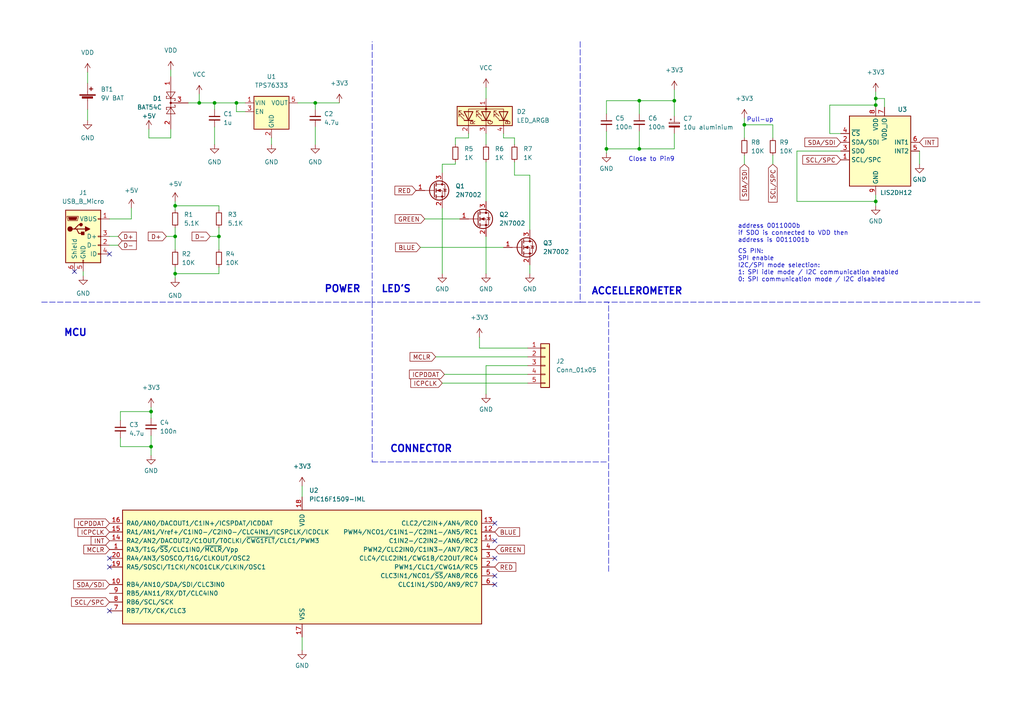
<source format=kicad_sch>
(kicad_sch (version 20211123) (generator eeschema)
  (paper "A4")
  (title_block (title "Motion Sensor Experience") (date "2022-06-09") (rev "0.1") (company "Emin Yaren"))
  (lib_symbols
    (symbol "Connector:USB_B_Micro" (pin_names (offset 1.016))
      (property "Reference" "J" (at -5.08 11.43 0))
      (property "Value" "USB_B_Micro" (at -5.08 8.89 0))
      (symbol "USB_B_Micro_0_1"
        (rectangle (start -5.08 -7.62) (end 5.08 7.62) (stroke (width 0.254)) (fill (type background)))
        (circle (center -3.81 2.159) (radius 0.635) (stroke (width 0.254)) (fill (type outline)))
        (circle (center -0.635 3.429) (radius 0.381) (stroke (width 0.254)) (fill (type outline)))
        (rectangle (start -0.127 -7.62) (end 0.127 -6.858))
        (polyline (pts (xy -1.905 2.159) (xy 0.635 2.159)) (stroke (width 0.254)))
        (polyline (pts (xy -3.175 2.159) (xy -2.54 2.159) (xy -1.27 3.429) (xy -0.635 3.429)) (stroke (width 0.254)))
        (polyline (pts (xy -2.54 2.159) (xy -1.905 2.159) (xy -1.27 0.889) (xy 0 0.889)) (stroke (width 0.254)))
        (polyline (pts (xy 0.635 2.794) (xy 0.635 1.524) (xy 1.905 2.159) (xy 0.635 2.794)) (stroke (width 0.254)) (fill (type outline)))
        (polyline (pts (xy -4.318 5.588) (xy -1.778 5.588) (xy -2.032 4.826) (xy -4.064 4.826) (xy -4.318 5.588)) (fill (type outline)))
        (polyline (pts (xy -4.699 5.842) (xy -4.699 5.588) (xy -4.445 4.826) (xy -4.445 4.572) (xy -1.651 4.572) (xy -1.651 4.826) (xy -1.397 5.588) (xy -1.397 5.842) (xy -4.699 5.842)))
        (rectangle (start 0.254 1.27) (end -0.508 0.508) (stroke (width 0.254)) (fill (type outline)))
        (rectangle (start 5.08 -5.207) (end 4.318 -4.953))
        (rectangle (start 5.08 -2.667) (end 4.318 -2.413))
        (rectangle (start 5.08 -0.127) (end 4.318 0.127))
        (rectangle (start 5.08 4.953) (end 4.318 5.207))
      )
      (symbol "USB_B_Micro_1_1"
        (pin power_out line (at 7.62 5.08 180) (length 2.54) (name "VBUS") (number "1"))
        (pin bidirectional line (at 7.62 -2.54 180) (length 2.54) (name "D-") (number "2"))
        (pin bidirectional line (at 7.62 0 180) (length 2.54) (name "D+") (number "3"))
        (pin passive line (at 7.62 -5.08 180) (length 2.54) (name "ID") (number "4"))
        (pin power_out line (at 0 -10.16 90) (length 2.54) (name "GND") (number "5"))
        (pin passive line (at -2.54 -10.16 90) (length 2.54) (name "Shield") (number "6"))
      )
    )
    (symbol "Connector_Generic:Conn_01x05" (pin_names (offset 1.016) hide)
      (property "Reference" "J" (at 0 7.62 0))
      (property "Value" "Conn_01x05" (at 0 -7.62 0))
      (symbol "Conn_01x05_1_1"
        (rectangle (start -1.27 -4.953) (end 0 -5.207) (stroke (width 0.1524)))
        (rectangle (start -1.27 -2.413) (end 0 -2.667) (stroke (width 0.1524)))
        (rectangle (start -1.27 0.127) (end 0 -0.127) (stroke (width 0.1524)))
        (rectangle (start -1.27 2.667) (end 0 2.413) (stroke (width 0.1524)))
        (rectangle (start -1.27 5.207) (end 0 4.953) (stroke (width 0.1524)))
        (rectangle (start -1.27 6.35) (end 1.27 -6.35) (stroke (width 0.254)) (fill (type background)))
        (pin passive line (at -5.08 5.08 0) (length 3.81) (name "Pin_1") (number "1"))
        (pin passive line (at -5.08 2.54 0) (length 3.81) (name "Pin_2") (number "2"))
        (pin passive line (at -5.08 0 0) (length 3.81) (name "Pin_3") (number "3"))
        (pin passive line (at -5.08 -2.54 0) (length 3.81) (name "Pin_4") (number "4"))
        (pin passive line (at -5.08 -5.08 0) (length 3.81) (name "Pin_5") (number "5"))
      )
    )
    (symbol "Device:Battery_Cell" (pin_numbers hide) (pin_names (offset 0) hide)
      (property "Reference" "BT" (at 2.54 2.54 0))
      (property "Value" "Battery_Cell" (at 2.54 0 0))
      (symbol "Battery_Cell_0_1"
        (rectangle (start -2.286 1.778) (end 2.286 1.524) (fill (type outline)))
        (rectangle (start -1.5748 1.1938) (end 1.4732 0.6858) (fill (type outline)))
        (polyline (pts (xy 0 0.762) (xy 0 0)))
        (polyline (pts (xy 0 1.778) (xy 0 2.54)))
        (polyline (pts (xy 0.508 3.429) (xy 1.524 3.429)) (stroke (width 0.254)))
        (polyline (pts (xy 1.016 3.937) (xy 1.016 2.921)) (stroke (width 0.254)))
      )
      (symbol "Battery_Cell_1_1"
        (pin passive line (at 0 5.08 270) (length 2.54) (name "+") (number "1"))
        (pin passive line (at 0 -2.54 90) (length 2.54) (name "-") (number "2"))
      )
    )
    (symbol "Device:C_Polarized_Small" (pin_numbers hide) (pin_names (offset 0.254) hide)
      (property "Reference" "C" (at 0.254 1.778 0))
      (property "Value" "C_Polarized_Small" (at 0.254 -2.032 0))
      (symbol "C_Polarized_Small_0_1"
        (rectangle (start -1.524 -0.3048) (end 1.524 -0.6858) (fill (type outline)))
        (rectangle (start -1.524 0.6858) (end 1.524 0.3048))
        (polyline (pts (xy -1.27 1.524) (xy -0.762 1.524)))
        (polyline (pts (xy -1.016 1.27) (xy -1.016 1.778)))
      )
      (symbol "C_Polarized_Small_1_1"
        (pin passive line (at 0 2.54 270) (length 1.8542) (name "~") (number "1"))
        (pin passive line (at 0 -2.54 90) (length 1.8542) (name "~") (number "2"))
      )
    )
    (symbol "Device:C_Small" (pin_numbers hide) (pin_names (offset 0.254) hide)
      (property "Reference" "C" (at 0.254 1.778 0))
      (property "Value" "C_Small" (at 0.254 -2.032 0))
      (symbol "C_Small_0_1"
        (polyline (pts (xy -1.524 -0.508) (xy 1.524 -0.508)) (stroke (width 0.3302)))
        (polyline (pts (xy -1.524 0.508) (xy 1.524 0.508)) (stroke (width 0.3048)))
      )
      (symbol "C_Small_1_1"
        (pin passive line (at 0 2.54 270) (length 2.032) (name "~") (number "1"))
        (pin passive line (at 0 -2.54 90) (length 2.032) (name "~") (number "2"))
      )
    )
    (symbol "Device:LED_ARGB" (pin_names (offset 0) hide)
      (property "Reference" "D" (at 0 9.398 0))
      (property "Value" "LED_ARGB" (at 0 -8.89 0))
      (symbol "LED_ARGB_0_0"
        (text "B" (at -1.905 -6.35 0) (effects (font (size 1.27 1.27))))
        (text "G" (at -1.905 -1.27 0) (effects (font (size 1.27 1.27))))
        (text "R" (at -1.905 3.81 0) (effects (font (size 1.27 1.27))))
      )
      (symbol "LED_ARGB_0_1"
        (polyline (pts (xy -1.27 -5.08) (xy -2.54 -5.08)))
        (polyline (pts (xy -1.27 -5.08) (xy 1.27 -5.08)))
        (polyline (pts (xy -1.27 -3.81) (xy -1.27 -6.35)) (stroke (width 0.254)))
        (polyline (pts (xy -1.27 0) (xy -2.54 0)))
        (polyline (pts (xy -1.27 1.27) (xy -1.27 -1.27)) (stroke (width 0.254)))
        (polyline (pts (xy -1.27 5.08) (xy -2.54 5.08)))
        (polyline (pts (xy -1.27 5.08) (xy 1.27 5.08)))
        (polyline (pts (xy -1.27 6.35) (xy -1.27 3.81)) (stroke (width 0.254)))
        (polyline (pts (xy 1.27 0) (xy -1.27 0)))
        (polyline (pts (xy 1.27 0) (xy 2.54 0)))
        (polyline (pts (xy -1.27 1.27) (xy -1.27 -1.27) (xy -1.27 -1.27)))
        (polyline (pts (xy -1.27 6.35) (xy -1.27 3.81) (xy -1.27 3.81)))
        (polyline (pts (xy 1.27 -5.08) (xy 2.032 -5.08) (xy 2.032 5.08) (xy 1.27 5.08)))
        (polyline (pts (xy 1.27 -3.81) (xy 1.27 -6.35) (xy -1.27 -5.08) (xy 1.27 -3.81)) (stroke (width 0.254)))
        (polyline (pts (xy 1.27 1.27) (xy 1.27 -1.27) (xy -1.27 0) (xy 1.27 1.27)) (stroke (width 0.254)))
        (polyline (pts (xy 1.27 6.35) (xy 1.27 3.81) (xy -1.27 5.08) (xy 1.27 6.35)) (stroke (width 0.254)))
        (polyline (pts (xy -1.016 -3.81) (xy 0.508 -2.286) (xy -0.254 -2.286) (xy 0.508 -2.286) (xy 0.508 -3.048)))
        (polyline (pts (xy -1.016 1.27) (xy 0.508 2.794) (xy -0.254 2.794) (xy 0.508 2.794) (xy 0.508 2.032)))
        (polyline (pts (xy -1.016 6.35) (xy 0.508 7.874) (xy -0.254 7.874) (xy 0.508 7.874) (xy 0.508 7.112)))
        (polyline (pts (xy 0 -3.81) (xy 1.524 -2.286) (xy 0.762 -2.286) (xy 1.524 -2.286) (xy 1.524 -3.048)))
        (polyline (pts (xy 0 1.27) (xy 1.524 2.794) (xy 0.762 2.794) (xy 1.524 2.794) (xy 1.524 2.032)))
        (polyline (pts (xy 0 6.35) (xy 1.524 7.874) (xy 0.762 7.874) (xy 1.524 7.874) (xy 1.524 7.112)))
        (rectangle (start 1.27 -1.27) (end 1.27 1.27))
        (rectangle (start 1.27 1.27) (end 1.27 1.27))
        (rectangle (start 1.27 3.81) (end 1.27 6.35))
        (rectangle (start 1.27 6.35) (end 1.27 6.35))
        (circle (center 2.032 0) (radius 0.254) (fill (type outline)))
        (rectangle (start 2.794 8.382) (end -2.794 -7.62) (stroke (width 0.254)) (fill (type background)))
      )
      (symbol "LED_ARGB_1_1"
        (pin passive line (at 5.08 0 180) (length 2.54) (name "A") (number "1"))
        (pin passive line (at -5.08 5.08 0) (length 2.54) (name "RK") (number "2"))
        (pin passive line (at -5.08 0 0) (length 2.54) (name "GK") (number "3"))
        (pin passive line (at -5.08 -5.08 0) (length 2.54) (name "BK") (number "4"))
      )
    )
    (symbol "Device:R_Small" (pin_numbers hide) (pin_names (offset 0.254) hide)
      (property "Reference" "R" (at 0.762 0.508 0))
      (property "Value" "R_Small" (at 0.762 -1.016 0))
      (symbol "R_Small_0_1"
        (rectangle (start -0.762 1.778) (end 0.762 -1.778) (stroke (width 0.2032)))
      )
      (symbol "R_Small_1_1"
        (pin passive line (at 0 2.54 270) (length 0.762) (name "~") (number "1"))
        (pin passive line (at 0 -2.54 90) (length 0.762) (name "~") (number "2"))
      )
    )
    (symbol "Diode:BAT54C" (pin_names (offset 1.016))
      (property "Reference" "D" (at 0.635 -3.81 0))
      (property "Value" "BAT54C" (at -6.35 3.175 0))
      (symbol "BAT54C_0_1"
        (polyline (pts (xy -1.905 0) (xy 1.905 0)))
        (polyline (pts (xy -1.905 1.27) (xy -1.905 1.016)))
        (polyline (pts (xy -1.27 -1.27) (xy -0.635 -1.27)))
        (polyline (pts (xy -1.27 0) (xy -3.81 0)))
        (polyline (pts (xy -1.27 1.27) (xy -1.905 1.27)))
        (polyline (pts (xy -1.27 1.27) (xy -1.27 -1.27)))
        (polyline (pts (xy -0.635 -1.27) (xy -0.635 -1.016)))
        (polyline (pts (xy 0.635 -1.27) (xy 0.635 -1.016)))
        (polyline (pts (xy 1.27 -1.27) (xy 0.635 -1.27)))
        (polyline (pts (xy 1.27 1.27) (xy 1.27 -1.27)))
        (polyline (pts (xy 1.27 1.27) (xy 1.905 1.27)))
        (polyline (pts (xy 1.905 1.27) (xy 1.905 1.016)))
        (polyline (pts (xy 3.81 0) (xy 1.27 0)))
        (polyline (pts (xy -3.175 -1.27) (xy -3.175 1.27) (xy -1.27 0) (xy -3.175 -1.27)))
        (polyline (pts (xy 3.175 -1.27) (xy 3.175 1.27) (xy 1.27 0) (xy 3.175 -1.27)))
        (circle (center 0 0) (radius 0.254) (fill (type outline)))
      )
      (symbol "BAT54C_1_1"
        (pin passive line (at -7.62 0 0) (length 3.81) (name "~") (number "1"))
        (pin passive line (at 7.62 0 180) (length 3.81) (name "~") (number "2"))
        (pin passive line (at 0 -5.08 90) (length 5.08) (name "~") (number "3"))
      )
    )
    (symbol "MCU_Microchip_PIC16:PIC16F1509-IML" (pin_names (offset 1.016))
      (property "Reference" "U" (at -52.07 20.32 0))
      (property "Value" "PIC16F1509-IML" (at -52.07 17.78 0))
      (symbol "PIC16F1509-IML_0_1"
        (rectangle (start -52.07 16.51) (end 52.07 -16.51) (stroke (width 0.254)) (fill (type background)))
      )
      (symbol "PIC16F1509-IML_1_1"
        (pin input line (at -55.88 5.08 0) (length 3.81) (name "RA3/T1G/~{SS}/CLC1IN0/~{MCLR}/Vpp") (number "1"))
        (pin bidirectional line (at -55.88 -5.08 0) (length 3.81) (name "RB4/AN10/SDA/SDI/CLC3IN0") (number "10"))
        (pin bidirectional line (at 55.88 7.62 180) (length 3.81) (name "C1IN2-/C2IN2-/AN6/RC2") (number "11"))
        (pin bidirectional line (at 55.88 10.16 180) (length 3.81) (name "PWM4/NCO1/C1IN1-/C2IN1-/AN5/RC1") (number "12"))
        (pin bidirectional line (at 55.88 12.7 180) (length 3.81) (name "CLC2/C2IN+/AN4/RC0") (number "13"))
        (pin bidirectional line (at -55.88 7.62 0) (length 3.81) (name "RA2/AN2/DACOUT2/C1OUT/T0CLKI/~{CWG1FLT}/CLC1/PWM3") (number "14"))
        (pin bidirectional line (at -55.88 10.16 0) (length 3.81) (name "RA1/AN1/Vref+/C1IN0-/C2IN0-/CLC4IN1/ICSPCLK/ICDCLK") (number "15"))
        (pin bidirectional line (at -55.88 12.7 0) (length 3.81) (name "RA0/AN0/DACOUT1/C1IN+/ICSPDAT/ICDDAT") (number "16"))
        (pin power_in line (at 0 -20.32 90) (length 3.81) (name "VSS") (number "17"))
        (pin power_in line (at 0 20.32 270) (length 3.81) (name "VDD") (number "18"))
        (pin bidirectional line (at -55.88 0 0) (length 3.81) (name "RA5/SOSCI/T1CKI/NCO1CLK/CLKIN/OSC1") (number "19"))
        (pin bidirectional line (at 55.88 0 180) (length 3.81) (name "PWM1/CLC1/CWG1A/RC5") (number "2"))
        (pin bidirectional line (at -55.88 2.54 0) (length 3.81) (name "RA4/AN3/SOSCO/T1G/CLKOUT/OSC2") (number "20"))
        (pin bidirectional line (at 55.88 2.54 180) (length 3.81) (name "CLC4/CLC2IN1/CWG1B/C2OUT/RC4") (number "3"))
        (pin bidirectional line (at 55.88 5.08 180) (length 3.81) (name "PWM2/CLC2IN0/C1IN3-/AN7/RC3") (number "4"))
        (pin bidirectional line (at 55.88 -2.54 180) (length 3.81) (name "CLC3IN1/NCO1/~{SS}/AN8/RC6") (number "5"))
        (pin bidirectional line (at 55.88 -5.08 180) (length 3.81) (name "CLC1IN1/SDO/AN9/RC7") (number "6"))
        (pin bidirectional line (at -55.88 -12.7 0) (length 3.81) (name "RB7/TX/CK/CLC3") (number "7"))
        (pin bidirectional line (at -55.88 -10.16 0) (length 3.81) (name "RB6/SCL/SCK") (number "8"))
        (pin bidirectional line (at -55.88 -7.62 0) (length 3.81) (name "RB5/AN11/RX/DT/CLC4IN0") (number "9"))
      )
    )
    (symbol "Regulator_Linear:TPS76333" (pin_names (offset 0.254))
      (property "Reference" "U" (at -3.81 5.715 0))
      (property "Value" "TPS76333" (at 0 5.715 0))
      (symbol "TPS76333_0_1"
        (rectangle (start -5.08 4.445) (end 5.08 -5.08) (stroke (width 0.254)) (fill (type background)))
      )
      (symbol "TPS76333_1_1"
        (pin power_in line (at -7.62 2.54 0) (length 2.54) (name "VIN") (number "1"))
        (pin power_in line (at 0 -7.62 90) (length 2.54) (name "GND") (number "2"))
        (pin input line (at -7.62 0 0) (length 2.54) (name "EN") (number "3"))
        (pin no_connect line (at 7.62 0 180) (length 2.54) hide (name "NC") (number "4"))
        (pin power_out line (at 7.62 2.54 180) (length 2.54) (name "VOUT") (number "5"))
      )
    )
    (symbol "Sensor_Motion:LIS2DH"
      (property "Reference" "U" (at -8.89 11.43 0))
      (property "Value" "LIS2DH" (at 3.81 11.43 0))
      (symbol "LIS2DH_0_1"
        (rectangle (start -7.62 10.16) (end 10.16 -10.16) (stroke (width 0.254)) (fill (type background)))
      )
      (symbol "LIS2DH_1_1"
        (pin input line (at -10.16 -2.54 0) (length 2.54) (name "SCL/SPC") (number "1"))
        (pin passive line (at 0 -12.7 90) (length 2.54) hide (name "GND") (number "10"))
        (pin passive line (at 0 -12.7 90) (length 2.54) hide (name "GND") (number "11"))
        (pin passive line (at 0 -12.7 90) (length 2.54) hide (name "GND") (number "12"))
        (pin passive line (at 0 -12.7 90) (length 2.54) hide (name "GND") (number "13"))
        (pin passive line (at 0 -12.7 90) (length 2.54) hide (name "GND") (number "14"))
        (pin bidirectional line (at -10.16 2.54 0) (length 2.54) (name "SDA/SDI") (number "2"))
        (pin bidirectional line (at -10.16 0 0) (length 2.54) (name "SDO") (number "3"))
        (pin input line (at -10.16 5.08 0) (length 2.54) (name "~{CS}") (number "4"))
        (pin output line (at 12.7 0 180) (length 2.54) (name "INT2") (number "5"))
        (pin output line (at 12.7 2.54 180) (length 2.54) (name "INT1") (number "6"))
        (pin power_in line (at 2.54 12.7 270) (length 2.54) (name "VDD_IO") (number "7"))
        (pin power_in line (at 0 12.7 270) (length 2.54) (name "VDD") (number "8"))
        (pin power_in line (at 0 -12.7 90) (length 2.54) (name "GND") (number "9"))
      )
    )
    (symbol "Transistor_FET:2N7002" (pin_names hide)
      (property "Reference" "Q" (at 5.08 1.905 0))
      (property "Value" "2N7002" (at 5.08 0 0))
      (symbol "2N7002_0_1"
        (polyline (pts (xy 0.254 0) (xy -2.54 0)))
        (polyline (pts (xy 0.254 1.905) (xy 0.254 -1.905)) (stroke (width 0.254)))
        (polyline (pts (xy 0.762 -1.27) (xy 0.762 -2.286)) (stroke (width 0.254)))
        (polyline (pts (xy 0.762 0.508) (xy 0.762 -0.508)) (stroke (width 0.254)))
        (polyline (pts (xy 0.762 2.286) (xy 0.762 1.27)) (stroke (width 0.254)))
        (polyline (pts (xy 2.54 2.54) (xy 2.54 1.778)))
        (polyline (pts (xy 2.54 -2.54) (xy 2.54 0) (xy 0.762 0)))
        (polyline (pts (xy 0.762 -1.778) (xy 3.302 -1.778) (xy 3.302 1.778) (xy 0.762 1.778)))
        (polyline (pts (xy 1.016 0) (xy 2.032 0.381) (xy 2.032 -0.381) (xy 1.016 0)) (fill (type outline)))
        (polyline (pts (xy 2.794 0.508) (xy 2.921 0.381) (xy 3.683 0.381) (xy 3.81 0.254)))
        (polyline (pts (xy 3.302 0.381) (xy 2.921 -0.254) (xy 3.683 -0.254) (xy 3.302 0.381)))
        (circle (center 1.651 0) (radius 2.794) (stroke (width 0.254)))
        (circle (center 2.54 -1.778) (radius 0.254) (fill (type outline)))
        (circle (center 2.54 1.778) (radius 0.254) (fill (type outline)))
      )
      (symbol "2N7002_1_1"
        (pin input line (at -5.08 0 0) (length 2.54) (name "G") (number "1"))
        (pin passive line (at 2.54 -5.08 90) (length 2.54) (name "S") (number "2"))
        (pin passive line (at 2.54 5.08 270) (length 2.54) (name "D") (number "3"))
      )
    )
    (symbol "power:+3V3" (power) (pin_names (offset 0))
      (property "Value" "+3V3" (at 0 3.556 0))
      (symbol "+3V3_0_1"
        (polyline (pts (xy -0.762 1.27) (xy 0 2.54)))
        (polyline (pts (xy 0 0) (xy 0 2.54)))
        (polyline (pts (xy 0 2.54) (xy 0.762 1.27)))
      )
      (symbol "+3V3_1_1"
        (pin power_in line (at 0 0 90) (length 0) hide (name "+3V3") (number "1"))
      )
    )
    (symbol "power:+5V" (power) (pin_names (offset 0))
      (property "Value" "+5V" (at 0 3.556 0))
      (symbol "+5V_0_1"
        (polyline (pts (xy -0.762 1.27) (xy 0 2.54)))
        (polyline (pts (xy 0 0) (xy 0 2.54)))
        (polyline (pts (xy 0 2.54) (xy 0.762 1.27)))
      )
      (symbol "+5V_1_1"
        (pin power_in line (at 0 0 90) (length 0) hide (name "+5V") (number "1"))
      )
    )
    (symbol "power:GND" (power) (pin_names (offset 0))
      (property "Value" "GND" (at 0 -3.81 0))
      (symbol "GND_0_1"
        (polyline (pts (xy 0 0) (xy 0 -1.27) (xy 1.27 -1.27) (xy 0 -2.54) (xy -1.27 -1.27) (xy 0 -1.27)))
      )
      (symbol "GND_1_1"
        (pin power_in line (at 0 0 270) (length 0) hide (name "GND") (number "1"))
      )
    )
    (symbol "power:VCC" (power) (pin_names (offset 0))
      (property "Value" "VCC" (at 0 3.81 0))
      (symbol "VCC_0_1"
        (polyline (pts (xy -0.762 1.27) (xy 0 2.54)))
        (polyline (pts (xy 0 0) (xy 0 2.54)))
        (polyline (pts (xy 0 2.54) (xy 0.762 1.27)))
      )
      (symbol "VCC_1_1"
        (pin power_in line (at 0 0 90) (length 0) hide (name "VCC") (number "1"))
      )
    )
    (symbol "power:VDD" (power) (pin_names (offset 0))
      (property "Value" "VDD" (at 0 3.81 0))
      (symbol "VDD_0_1"
        (polyline (pts (xy -0.762 1.27) (xy 0 2.54)))
        (polyline (pts (xy 0 0) (xy 0 2.54)))
        (polyline (pts (xy 0 2.54) (xy 0.762 1.27)))
      )
      (symbol "VDD_1_1"
        (pin power_in line (at 0 0 90) (length 0) hide (name "VDD") (number "1"))
      )
    )
  )
  (junction (at 43.815 129.54))
  (junction (at 175.895 43.18))
  (junction (at 185.42 43.18))
  (junction (at 91.44 29.845))
  (junction (at 185.42 29.21))
  (junction (at 43.815 119.38))
  (junction (at 63.5 68.58))
  (junction (at 57.785 29.845))
  (junction (at 50.8 59.69))
  (junction (at 195.58 29.21))
  (junction (at 254 58.42))
  (junction (at 50.8 68.58))
  (junction (at 50.8 79.375))
  (junction (at 254 30.48))
  (junction (at 254 28.575))
  (junction (at 215.9 36.195))
  (junction (at 62.23 29.845))
  (junction (at 68.58 29.845))
  (no_connect (at 143.51 161.925))
  (no_connect (at 31.75 164.465))
  (no_connect (at 31.75 161.925))
  (no_connect (at 31.75 177.165))
  (no_connect (at 143.51 151.765))
  (no_connect (at 143.51 156.845))
  (no_connect (at 21.59 78.74))
  (no_connect (at 31.75 73.66))
  (no_connect (at 143.51 169.545))
  (no_connect (at 143.51 167.005))
  (wire (pts (xy 195.58 29.21) (xy 195.58 33.655)))
  (wire (pts (xy 132.08 40.005) (xy 132.08 41.91)))
  (wire (pts (xy 63.5 68.58) (xy 63.5 72.39)))
  (wire (pts (xy 68.58 29.845) (xy 71.12 29.845)))
  (wire (pts (xy 153.035 100.965) (xy 139.065 100.965)))
  (wire (pts (xy 153.67 76.835) (xy 153.67 79.375)))
  (wire (pts (xy 135.89 40.005) (xy 132.08 40.005)))
  (wire (pts (xy 224.155 40.005) (xy 224.155 36.195)))
  (wire (pts (xy 62.23 29.845) (xy 68.58 29.845)))
  (wire (pts (xy 215.9 34.29) (xy 215.9 36.195)))
  (wire (pts (xy 63.5 79.375) (xy 50.8 79.375)))
  (wire (pts (xy 43.815 126.365) (xy 43.815 129.54)))
  (wire (pts (xy 54.61 29.845) (xy 57.785 29.845)))
  (wire (pts (xy 231.14 58.42) (xy 254 58.42)))
  (wire (pts (xy 140.97 106.045) (xy 153.035 106.045)))
  (wire (pts (xy 91.44 36.83) (xy 91.44 41.91)))
  (wire (pts (xy 185.42 29.21) (xy 185.42 33.02)))
  (wire (pts (xy 50.8 77.47) (xy 50.8 79.375)))
  (wire (pts (xy 140.97 46.99) (xy 140.97 58.42)))
  (wire (pts (xy 175.895 38.1) (xy 175.895 43.18)))
  (wire (pts (xy 63.5 60.96) (xy 63.5 59.69)))
  (wire (pts (xy 254 26.67) (xy 254 28.575)))
  (wire (pts (xy 60.96 68.58) (xy 63.5 68.58)))
  (wire (pts (xy 87.63 184.785) (xy 87.63 188.595)))
  (wire (pts (xy 128.27 47.625) (xy 128.27 50.165)))
  (wire (pts (xy 123.19 63.5) (xy 133.35 63.5)))
  (wire (pts (xy 34.925 127) (xy 34.925 129.54)))
  (wire (pts (xy 91.44 31.75) (xy 91.44 29.845)))
  (wire (pts (xy 63.5 66.04) (xy 63.5 68.58)))
  (polyline (pts (xy 168.275 87.63) (xy 284.48 87.63)))
  (wire (pts (xy 57.785 27.305) (xy 57.785 29.845)))
  (wire (pts (xy 50.8 68.58) (xy 50.8 72.39)))
  (wire (pts (xy 87.63 140.97) (xy 87.63 144.145)))
  (wire (pts (xy 240.665 38.735) (xy 240.665 30.48)))
  (wire (pts (xy 50.8 66.04) (xy 50.8 68.58)))
  (wire (pts (xy 34.925 119.38) (xy 43.815 119.38)))
  (wire (pts (xy 34.925 121.92) (xy 34.925 119.38)))
  (wire (pts (xy 256.54 28.575) (xy 254 28.575)))
  (wire (pts (xy 68.58 32.385) (xy 68.58 29.845)))
  (wire (pts (xy 49.53 37.465) (xy 49.53 40.005)))
  (wire (pts (xy 91.44 29.845) (xy 98.425 29.845)))
  (wire (pts (xy 266.7 43.815) (xy 266.7 47.625)))
  (wire (pts (xy 140.97 114.3) (xy 140.97 106.045)))
  (wire (pts (xy 132.08 46.99) (xy 132.08 47.625)))
  (wire (pts (xy 185.42 38.1) (xy 185.42 43.18)))
  (wire (pts (xy 91.44 29.845) (xy 86.36 29.845)))
  (wire (pts (xy 140.97 68.58) (xy 140.97 79.375)))
  (wire (pts (xy 43.18 37.465) (xy 43.18 40.005)))
  (wire (pts (xy 195.58 43.18) (xy 195.58 38.735)))
  (wire (pts (xy 63.5 59.69) (xy 50.8 59.69)))
  (wire (pts (xy 140.97 25.4) (xy 140.97 28.575)))
  (wire (pts (xy 25.4 31.75) (xy 25.4 34.925)))
  (wire (pts (xy 243.84 38.735) (xy 240.665 38.735)))
  (wire (pts (xy 38.1 63.5) (xy 38.1 60.325)))
  (wire (pts (xy 254 56.515) (xy 254 58.42)))
  (wire (pts (xy 175.895 43.18) (xy 175.895 44.45)))
  (wire (pts (xy 43.815 119.38) (xy 43.815 121.285)))
  (wire (pts (xy 146.05 38.735) (xy 146.05 40.005)))
  (wire (pts (xy 71.12 32.385) (xy 68.58 32.385)))
  (polyline (pts (xy 107.95 87.63) (xy 107.95 133.985)))
  (wire (pts (xy 149.225 40.005) (xy 149.225 41.91)))
  (wire (pts (xy 146.05 40.005) (xy 149.225 40.005)))
  (wire (pts (xy 50.8 79.375) (xy 50.8 80.645)))
  (wire (pts (xy 231.14 43.815) (xy 231.14 58.42)))
  (polyline (pts (xy 12.065 87.63) (xy 107.95 87.63)))
  (wire (pts (xy 175.895 43.18) (xy 185.42 43.18)))
  (wire (pts (xy 195.58 26.035) (xy 195.58 29.21)))
  (wire (pts (xy 43.18 40.005) (xy 49.53 40.005)))
  (wire (pts (xy 50.8 59.69) (xy 50.8 60.96)))
  (wire (pts (xy 224.155 45.085) (xy 224.155 47.625)))
  (wire (pts (xy 149.225 46.99) (xy 149.225 50.8)))
  (wire (pts (xy 128.905 108.585) (xy 153.035 108.585)))
  (wire (pts (xy 49.53 20.32) (xy 49.53 22.225)))
  (polyline (pts (xy 107.95 133.985) (xy 175.895 133.985)))
  (wire (pts (xy 139.065 100.965) (xy 139.065 97.79)))
  (wire (pts (xy 185.42 43.18) (xy 195.58 43.18)))
  (wire (pts (xy 243.84 43.815) (xy 231.14 43.815)))
  (wire (pts (xy 135.89 38.735) (xy 135.89 40.005)))
  (wire (pts (xy 63.5 77.47) (xy 63.5 79.375)))
  (wire (pts (xy 175.895 29.21) (xy 185.42 29.21)))
  (wire (pts (xy 62.23 36.83) (xy 62.23 41.91)))
  (polyline (pts (xy 168.275 12.065) (xy 168.275 87.63)))
  (wire (pts (xy 149.225 50.8) (xy 153.67 50.8)))
  (wire (pts (xy 240.665 30.48) (xy 254 30.48)))
  (polyline (pts (xy 176.53 87.63) (xy 175.26 87.63)))
  (polyline (pts (xy 168.275 87.63) (xy 107.95 87.63)))
  (wire (pts (xy 31.75 71.12) (xy 34.29 71.12)))
  (wire (pts (xy 48.26 68.58) (xy 50.8 68.58)))
  (wire (pts (xy 34.925 129.54) (xy 43.815 129.54)))
  (wire (pts (xy 140.97 38.735) (xy 140.97 41.91)))
  (wire (pts (xy 254 30.48) (xy 254 31.115)))
  (wire (pts (xy 175.895 33.02) (xy 175.895 29.21)))
  (wire (pts (xy 43.815 129.54) (xy 43.815 132.08)))
  (wire (pts (xy 215.9 45.085) (xy 215.9 47.625)))
  (wire (pts (xy 254 58.42) (xy 254 59.69)))
  (wire (pts (xy 128.27 60.325) (xy 128.27 79.375)))
  (wire (pts (xy 153.67 50.8) (xy 153.67 66.675)))
  (wire (pts (xy 43.815 118.11) (xy 43.815 119.38)))
  (wire (pts (xy 62.23 29.845) (xy 62.23 31.75)))
  (wire (pts (xy 25.4 20.955) (xy 25.4 24.13)))
  (wire (pts (xy 31.75 63.5) (xy 38.1 63.5)))
  (wire (pts (xy 50.8 58.42) (xy 50.8 59.69)))
  (wire (pts (xy 31.75 68.58) (xy 34.29 68.58)))
  (wire (pts (xy 78.74 40.005) (xy 78.74 41.91)))
  (wire (pts (xy 126.365 103.505) (xy 153.035 103.505)))
  (wire (pts (xy 256.54 31.115) (xy 256.54 28.575)))
  (wire (pts (xy 132.08 47.625) (xy 128.27 47.625)))
  (wire (pts (xy 224.155 36.195) (xy 215.9 36.195)))
  (polyline (pts (xy 176.53 165.735) (xy 176.53 87.63)))
  (wire (pts (xy 185.42 29.21) (xy 195.58 29.21)))
  (polyline (pts (xy 107.95 87.63) (xy 107.95 12.065)))
  (wire (pts (xy 57.785 29.845) (xy 62.23 29.845)))
  (wire (pts (xy 121.92 71.755) (xy 146.05 71.755)))
  (wire (pts (xy 254 28.575) (xy 254 30.48)))
  (wire (pts (xy 128.27 111.125) (xy 153.035 111.125)))
  (wire (pts (xy 24.13 78.74) (xy 24.13 80.01)))
  (wire (pts (xy 215.9 36.195) (xy 215.9 40.005)))
  (text "MCU" (at 18.415 97.79 0) (effects (font (size 2 2) (thickness 0.4) bold) (justify left bottom)))
  (text "Pull-up" (at 216.535 35.56 0) (effects (font (size 1.27 1.27)) (justify left bottom)))
  (text "POWER" (at 93.98 85.09 0) (effects (font (size 2 2) (thickness 0.4) bold) (justify left bottom)))
  (text "ACCELLEROMETER" (at 171.45 85.725 0) (effects (font (size 2 2) (thickness 0.4) bold) (justify left bottom)))
  (text "Close to Pin9" (at 182.245 46.99 0) (effects (font (size 1.27 1.27)) (justify left bottom)))
  (text "LED'S" (at 110.49 85.09 0) (effects (font (size 2 2) (thickness 0.4) bold) (justify left bottom)))
  (text "address 0011000b\nif SDO is connected to VDD then\naddress is 0011001b" (at 213.995 70.485 0) (effects (font (size 1.27 1.27)) (justify left bottom)))
  (text "CS PIN:\nSPI enable\nI2C/SPI mode selection:\n1: SPI idle mode / I2C communication enabled\n0: SPI communication mode / I2C disabled" (at 213.995 81.915 0) (effects (font (size 1.27 1.27)) (justify left bottom)))
  (text "CONNECTOR" (at 113.03 131.445 0) (effects (font (size 2 2) (thickness 0.4) bold) (justify left bottom)))
  (global_label "MCLR" (shape input) (at 126.365 103.505 180) (property "Sayfalar Arası Referanslar" "${INTERSHEET_REFS}" (effects hide)))
  (global_label "SDA{slash}SDI" (shape input) (at 31.75 169.545 180) (property "Sayfalar Arası Referanslar" "${INTERSHEET_REFS}" (effects hide)))
  (global_label "ICPCLK" (shape input) (at 128.27 111.125 180) (property "Sayfalar Arası Referanslar" "${INTERSHEET_REFS}" (effects hide)))
  (global_label "BLUE" (shape input) (at 143.51 154.305 0) (property "Sayfalar Arası Referanslar" "${INTERSHEET_REFS}" (effects hide)))
  (global_label "MCLR" (shape input) (at 31.75 159.385 180) (property "Sayfalar Arası Referanslar" "${INTERSHEET_REFS}" (effects hide)))
  (global_label "SDA{slash}SDI" (shape input) (at 243.84 41.275 180) (property "Sayfalar Arası Referanslar" "${INTERSHEET_REFS}" (effects hide)))
  (global_label "GREEN" (shape input) (at 123.19 63.5 180) (property "Sayfalar Arası Referanslar" "${INTERSHEET_REFS}" (effects hide)))
  (global_label "GREEN" (shape input) (at 143.51 159.385 0) (property "Sayfalar Arası Referanslar" "${INTERSHEET_REFS}" (effects hide)))
  (global_label "INT" (shape input) (at 266.7 41.275 0) (property "Sayfalar Arası Referanslar" "${INTERSHEET_REFS}" (effects hide)))
  (global_label "ICPDDAT" (shape input) (at 31.75 151.765 180) (property "Sayfalar Arası Referanslar" "${INTERSHEET_REFS}" (effects hide)))
  (global_label "ICPDDAT" (shape input) (at 128.905 108.585 180) (property "Sayfalar Arası Referanslar" "${INTERSHEET_REFS}" (effects hide)))
  (global_label "SCL{slash}SPC" (shape input) (at 243.84 46.355 180) (property "Sayfalar Arası Referanslar" "${INTERSHEET_REFS}" (effects hide)))
  (global_label "SDA{slash}SDI" (shape input) (at 215.9 47.625 270) (property "Sayfalar Arası Referanslar" "${INTERSHEET_REFS}" (effects hide)))
  (global_label "D-" (shape input) (at 34.29 71.12 0) (property "Sayfalar Arası Referanslar" "${INTERSHEET_REFS}" (effects hide)))
  (global_label "RED" (shape input) (at 143.51 164.465 0) (property "Sayfalar Arası Referanslar" "${INTERSHEET_REFS}" (effects hide)))
  (global_label "SCL{slash}SPC" (shape input) (at 31.75 174.625 180) (property "Sayfalar Arası Referanslar" "${INTERSHEET_REFS}" (effects hide)))
  (global_label "SCL{slash}SPC" (shape input) (at 224.155 47.625 270) (property "Sayfalar Arası Referanslar" "${INTERSHEET_REFS}" (effects hide)))
  (global_label "BLUE" (shape input) (at 121.92 71.755 180) (property "Sayfalar Arası Referanslar" "${INTERSHEET_REFS}" (effects hide)))
  (global_label "D+" (shape input) (at 48.26 68.58 180) (property "Sayfalar Arası Referanslar" "${INTERSHEET_REFS}" (effects hide)))
  (global_label "RED" (shape input) (at 120.65 55.245 180) (property "Sayfalar Arası Referanslar" "${INTERSHEET_REFS}" (effects hide)))
  (global_label "D-" (shape input) (at 60.96 68.58 180) (property "Sayfalar Arası Referanslar" "${INTERSHEET_REFS}" (effects hide)))
  (global_label "ICPCLK" (shape input) (at 31.75 154.305 180) (property "Sayfalar Arası Referanslar" "${INTERSHEET_REFS}" (effects hide)))
  (global_label "INT" (shape input) (at 31.75 156.845 180) (property "Sayfalar Arası Referanslar" "${INTERSHEET_REFS}" (effects hide)))
  (global_label "D+" (shape input) (at 34.29 68.58 0) (property "Sayfalar Arası Referanslar" "${INTERSHEET_REFS}" (effects hide)))
  (symbol (lib_id "Diode:BAT54C") (at 49.53 29.845 90) (mirror x) (unit 1)
    (property "Reference" "D1" (at 46.99 28.5749 90) (effects (justify left)))
    (property "Value" "BAT54C" (at 46.99 31.1149 90) (effects (justify left)))
    (property "Footprint" "Package_TO_SOT_SMD:SOT-23" (effects hide))
    (property "Datasheet" "http://www.diodes.com/_files/datasheets/ds11005.pdf" (effects hide))
  )
  (symbol (lib_id "power:GND") (at 25.4 34.925 0) (unit 1)
    (property "Reference" "#PWR0108" (effects hide))
    (property "Value" "GND" (at 25.4 40.005 0))
  )
  (symbol (lib_id "power:+5V") (at 50.8 58.42 0) (unit 1)
    (property "Reference" "#PWR0106" (effects hide))
    (property "Value" "+5V" (at 50.8 53.34 0))
  )
  (symbol (lib_id "Device:C_Small") (at 43.815 123.825 0) (unit 1)
    (property "Reference" "C4" (at 46.355 122.5612 0) (effects (justify left)))
    (property "Value" "100n" (at 46.355 125.1012 0) (effects (justify left)))
    (property "Footprint" "Capacitor_SMD:C_0402_1005Metric" (effects hide))
  )
  (symbol (lib_id "power:+5V") (at 38.1 60.325 0) (unit 1)
    (property "Reference" "#PWR0105" (effects hide))
    (property "Value" "+5V" (at 38.1 55.245 0))
  )
  (symbol (lib_id "power:VCC") (at 57.785 27.305 0) (unit 1)
    (property "Reference" "#PWR0107" (effects hide))
    (property "Value" "VCC" (at 57.785 21.59 0))
  )
  (symbol (lib_id "Device:C_Small") (at 62.23 34.29 0) (unit 1)
    (property "Reference" "C1" (at 64.77 33.0262 0) (effects (justify left)))
    (property "Value" "1u" (at 64.77 35.5662 0) (effects (justify left)))
    (property "Footprint" "Capacitor_Tantalum_SMD:CP_EIA-1608-08_AVX-J" (effects hide))
  )
  (symbol (lib_id "Sensor_Motion:LIS2DH") (at 254 43.815 0) (unit 1)
    (property "Reference" "U3" (at 260.35 31.75 0) (effects (justify left)))
    (property "Value" "LIS2DH12" (at 255.27 55.88 0) (effects (justify left)))
    (property "Footprint" "Package_LGA:LGA-14_2x2mm_P0.35mm_LayoutBorder3x4y" (effects hide))
    (property "Datasheet" "http://www.st.com/web/en/resource/technical/document/datasheet/DM00042751.pdf" (effects hide))
  )
  (symbol (lib_id "MCU_Microchip_PIC16:PIC16F1509-IML") (at 87.63 164.465 0) (unit 1)
    (property "Reference" "U2" (at 89.6494 142.24 0) (effects (justify left)))
    (property "Value" "PIC16F1509-IML" (at 89.6494 144.78 0) (effects (justify left)))
    (property "Footprint" "Package_DFN_QFN:QFN-20-1EP_4x4mm_P0.5mm_EP2.7x2.7mm" (effects hide))
    (property "Datasheet" "http://ww1.microchip.com/downloads/en/DeviceDoc/41609A.pdf" (effects hide))
  )
  (symbol (lib_id "power:GND") (at 91.44 41.91 0) (unit 1)
    (property "Reference" "#PWR0113" (effects hide))
    (property "Value" "GND" (at 91.44 46.99 0))
  )
  (symbol (lib_id "power:GND") (at 266.7 47.625 0) (unit 1)
    (property "Reference" "#PWR0116" (effects hide))
    (property "Value" "GND" (at 266.7 52.07 0))
  )
  (symbol (lib_id "Transistor_FET:2N7002") (at 125.73 55.245 0) (unit 1)
    (property "Reference" "Q1" (at 132.08 53.9749 0) (effects (justify left)))
    (property "Value" "2N7002" (at 132.08 56.5149 0) (effects (justify left)))
    (property "Footprint" "Package_TO_SOT_SMD:SOT-23" (effects hide))
    (property "Datasheet" "https://www.onsemi.com/pub/Collateral/NDS7002A-D.PDF" (effects hide))
  )
  (symbol (lib_id "Device:R_Small") (at 63.5 63.5 0) (unit 1)
    (property "Reference" "R3" (at 66.04 62.2299 0) (effects (justify left)))
    (property "Value" "5.1K" (at 66.04 64.7699 0) (effects (justify left)))
    (property "Footprint" "Resistor_SMD:R_0402_1005Metric" (effects hide))
  )
  (symbol (lib_id "Device:R_Small") (at 63.5 74.93 0) (unit 1)
    (property "Reference" "R4" (at 65.405 73.6599 0) (effects (justify left)))
    (property "Value" "10K" (at 65.405 76.1999 0) (effects (justify left)))
    (property "Footprint" "Resistor_SMD:R_0402_1005Metric" (effects hide))
  )
  (symbol (lib_id "power:+3V3") (at 87.63 140.97 0) (unit 1)
    (property "Reference" "#PWR0121" (effects hide))
    (property "Value" "+3V3" (at 87.63 135.255 0))
  )
  (symbol (lib_id "Device:R_Small") (at 149.225 44.45 0) (unit 1)
    (property "Reference" "R7" (at 151.765 43.1799 0) (effects (justify left)))
    (property "Value" "1K" (at 151.765 45.7199 0) (effects (justify left)))
    (property "Footprint" "Resistor_SMD:R_0402_1005Metric" (effects hide))
  )
  (symbol (lib_id "Connector_Generic:Conn_01x05") (at 158.115 106.045 0) (unit 1)
    (property "Reference" "J2" (at 161.29 104.7749 0) (effects (justify left)))
    (property "Value" "Conn_01x05" (at 161.29 107.3149 0) (effects (justify left)))
    (property "Footprint" "Connector_PinHeader_2.54mm:PinHeader_1x05_P2.54mm_Horizontal" (effects hide))
  )
  (symbol (lib_id "power:+3V3") (at 43.815 118.11 0) (unit 1)
    (property "Reference" "#PWR0127" (effects hide))
    (property "Value" "+3V3" (at 43.815 112.395 0))
  )
  (symbol (lib_id "Device:LED_ARGB") (at 140.97 33.655 90) (unit 1)
    (property "Reference" "D2" (at 149.86 32.3849 90) (effects (justify right)))
    (property "Value" "LED_ARGB" (at 149.86 34.9249 90) (effects (justify right)))
    (property "Footprint" "LED_SMD:LED_RGB_1210" (effects hide))
  )
  (symbol (lib_id "power:GND") (at 254 59.69 0) (unit 1)
    (property "Reference" "#PWR0117" (effects hide))
    (property "Value" "GND" (at 254 64.135 0))
  )
  (symbol (lib_id "Device:C_Small") (at 185.42 35.56 0) (unit 1)
    (property "Reference" "C6" (at 187.96 34.2962 0) (effects (justify left)))
    (property "Value" "100n" (at 187.96 36.8362 0) (effects (justify left)))
    (property "Footprint" "Capacitor_SMD:C_0402_1005Metric" (effects hide))
  )
  (symbol (lib_id "power:+3V3") (at 98.425 29.845 0) (unit 1)
    (property "Reference" "#PWR0114" (effects hide))
    (property "Value" "+3V3" (at 98.425 24.13 0))
  )
  (symbol (lib_id "Device:R_Small") (at 50.8 63.5 0) (unit 1)
    (property "Reference" "R1" (at 53.34 62.2299 0) (effects (justify left)))
    (property "Value" "5.1K" (at 53.34 64.7699 0) (effects (justify left)))
    (property "Footprint" "Resistor_SMD:R_0402_1005Metric" (effects hide))
  )
  (symbol (lib_id "power:+3V3") (at 215.9 34.29 0) (unit 1)
    (property "Reference" "#PWR0123" (effects hide))
    (property "Value" "+3V3" (at 215.9 28.575 0))
  )
  (symbol (lib_id "Device:Battery_Cell") (at 25.4 29.21 0) (unit 1)
    (property "Reference" "BT1" (at 29.21 25.9079 0) (effects (justify left)))
    (property "Value" "9V BAT" (at 29.21 28.4479 0) (effects (justify left)))
    (property "Footprint" "Connector_PinHeader_2.54mm:PinHeader_1x02_P2.54mm_Vertical" (effects hide))
  )
  (symbol (lib_id "power:GND") (at 50.8 80.645 0) (unit 1)
    (property "Reference" "#PWR0120" (effects hide))
    (property "Value" "GND" (at 50.8 85.725 0))
  )
  (symbol (lib_id "power:VCC") (at 140.97 25.4 0) (unit 1)
    (property "Reference" "#PWR0102" (effects hide))
    (property "Value" "VCC" (at 140.97 19.685 0))
  )
  (symbol (lib_id "Device:R_Small") (at 132.08 44.45 0) (unit 1)
    (property "Reference" "R5" (at 134.62 43.1799 0) (effects (justify left)))
    (property "Value" "1K" (at 134.62 45.7199 0) (effects (justify left)))
    (property "Footprint" "Resistor_SMD:R_0402_1005Metric" (effects hide))
  )
  (symbol (lib_id "Device:R_Small") (at 140.97 44.45 0) (unit 1)
    (property "Reference" "R6" (at 143.51 43.1799 0) (effects (justify left)))
    (property "Value" "1K" (at 143.51 45.7199 0) (effects (justify left)))
    (property "Footprint" "Resistor_SMD:R_0402_1005Metric" (effects hide))
  )
  (symbol (lib_id "power:+5V") (at 43.18 37.465 0) (unit 1)
    (property "Reference" "#PWR0112" (effects hide))
    (property "Value" "+5V" (at 43.18 33.655 0))
  )
  (symbol (lib_id "power:+3V3") (at 254 26.67 0) (unit 1)
    (property "Reference" "#PWR0118" (effects hide))
    (property "Value" "+3V3" (at 254 20.955 0))
  )
  (symbol (lib_id "power:VDD") (at 49.53 20.32 0) (unit 1)
    (property "Reference" "#PWR0115" (effects hide))
    (property "Value" "VDD" (at 49.53 14.605 0))
  )
  (symbol (lib_id "Transistor_FET:2N7002") (at 138.43 63.5 0) (unit 1)
    (property "Reference" "Q2" (at 144.78 62.2299 0) (effects (justify left)))
    (property "Value" "2N7002" (at 144.78 64.7699 0) (effects (justify left)))
    (property "Footprint" "Package_TO_SOT_SMD:SOT-23" (effects hide))
    (property "Datasheet" "https://www.onsemi.com/pub/Collateral/NDS7002A-D.PDF" (effects hide))
  )
  (symbol (lib_id "Device:R_Small") (at 215.9 42.545 0) (unit 1)
    (property "Reference" "R8" (at 217.805 41.2749 0) (effects (justify left)))
    (property "Value" "10K" (at 217.805 43.8149 0) (effects (justify left)))
    (property "Footprint" "Resistor_SMD:R_0402_1005Metric" (effects hide))
  )
  (symbol (lib_id "Connector:USB_B_Micro") (at 24.13 68.58 0) (unit 1)
    (property "Reference" "J1" (at 24.13 55.88 0))
    (property "Value" "USB_B_Micro" (at 24.13 58.42 0))
    (property "Footprint" "Connector_USB:USB_Micro-B_Molex_47346-0001" (effects hide))
  )
  (symbol (lib_id "Device:C_Small") (at 175.895 35.56 0) (unit 1)
    (property "Reference" "C5" (at 178.435 34.2962 0) (effects (justify left)))
    (property "Value" "100n" (at 178.435 36.8362 0) (effects (justify left)))
    (property "Footprint" "Capacitor_SMD:C_0402_1005Metric" (effects hide))
  )
  (symbol (lib_id "Device:C_Small") (at 91.44 34.29 0) (unit 1)
    (property "Reference" "C2" (at 93.98 33.0262 0) (effects (justify left)))
    (property "Value" "4.7u" (at 93.98 35.5662 0) (effects (justify left)))
    (property "Footprint" "Capacitor_Tantalum_SMD:CP_EIA-1608-08_AVX-J" (effects hide))
  )
  (symbol (lib_id "Device:C_Small") (at 34.925 124.46 0) (unit 1)
    (property "Reference" "C3" (at 37.465 123.1962 0) (effects (justify left)))
    (property "Value" "4.7u" (at 37.465 125.7362 0) (effects (justify left)))
    (property "Footprint" "Capacitor_Tantalum_SMD:CP_EIA-1608-08_AVX-J" (effects hide))
  )
  (symbol (lib_id "power:GND") (at 175.895 44.45 0) (unit 1)
    (property "Reference" "#PWR0125" (effects hide))
    (property "Value" "GND" (at 175.895 48.895 0))
  )
  (symbol (lib_id "power:GND") (at 78.74 41.91 0) (unit 1)
    (property "Reference" "#PWR0110" (effects hide))
    (property "Value" "GND" (at 78.74 46.99 0))
  )
  (symbol (lib_id "power:+3V3") (at 139.065 97.79 0) (unit 1)
    (property "Reference" "#PWR0126" (effects hide))
    (property "Value" "+3V3" (at 139.065 92.075 0))
  )
  (symbol (lib_id "Device:C_Polarized_Small") (at 195.58 36.195 0) (unit 1)
    (property "Reference" "C7" (at 198.12 34.3788 0) (effects (justify left)))
    (property "Value" "10u aluminium" (at 198.12 36.9188 0) (effects (justify left)))
    (property "Footprint" "Capacitor_Tantalum_SMD:CP_EIA-1608-08_AVX-J" (effects hide))
  )
  (symbol (lib_id "power:GND") (at 24.13 80.01 0) (unit 1)
    (property "Reference" "#PWR0119" (effects hide))
    (property "Value" "GND" (at 24.13 85.09 0))
  )
  (symbol (lib_id "power:GND") (at 153.67 79.375 0) (unit 1)
    (property "Reference" "#PWR0101" (effects hide))
    (property "Value" "GND" (at 153.67 83.82 0))
  )
  (symbol (lib_id "power:GND") (at 87.63 188.595 0) (unit 1)
    (property "Reference" "#PWR0122" (effects hide))
    (property "Value" "GND" (at 87.63 193.04 0))
  )
  (symbol (lib_id "Transistor_FET:2N7002") (at 151.13 71.755 0) (unit 1)
    (property "Reference" "Q3" (at 157.48 70.4849 0) (effects (justify left)))
    (property "Value" "2N7002" (at 157.48 73.0249 0) (effects (justify left)))
    (property "Footprint" "Package_TO_SOT_SMD:SOT-23" (effects hide))
    (property "Datasheet" "https://www.onsemi.com/pub/Collateral/NDS7002A-D.PDF" (effects hide))
  )
  (symbol (lib_id "power:GND") (at 128.27 79.375 0) (unit 1)
    (property "Reference" "#PWR0104" (effects hide))
    (property "Value" "GND" (at 128.27 83.82 0))
  )
  (symbol (lib_id "power:GND") (at 140.97 114.3 0) (unit 1)
    (property "Reference" "#PWR0128" (effects hide))
    (property "Value" "GND" (at 140.97 118.745 0))
  )
  (symbol (lib_id "power:GND") (at 62.23 41.91 0) (unit 1)
    (property "Reference" "#PWR0111" (effects hide))
    (property "Value" "GND" (at 62.23 46.99 0))
  )
  (symbol (lib_id "Device:R_Small") (at 224.155 42.545 0) (unit 1)
    (property "Reference" "R9" (at 226.06 41.2749 0) (effects (justify left)))
    (property "Value" "10K" (at 226.06 43.8149 0) (effects (justify left)))
    (property "Footprint" "Resistor_SMD:R_0402_1005Metric" (effects hide))
  )
  (symbol (lib_id "power:GND") (at 43.815 132.08 0) (unit 1)
    (property "Reference" "#PWR0129" (effects hide))
    (property "Value" "GND" (at 43.815 136.525 0))
  )
  (symbol (lib_id "power:GND") (at 140.97 79.375 0) (unit 1)
    (property "Reference" "#PWR0103" (effects hide))
    (property "Value" "GND" (at 140.97 83.82 0))
  )
  (symbol (lib_id "power:VDD") (at 25.4 20.955 0) (unit 1)
    (property "Reference" "#PWR0109" (effects hide))
    (property "Value" "VDD" (at 25.4 15.24 0))
  )
  (symbol (lib_id "Device:R_Small") (at 50.8 74.93 0) (unit 1)
    (property "Reference" "R2" (at 52.705 73.6599 0) (effects (justify left)))
    (property "Value" "10K" (at 52.705 76.1999 0) (effects (justify left)))
    (property "Footprint" "Resistor_SMD:R_0402_1005Metric" (effects hide))
  )
  (symbol (lib_id "Regulator_Linear:TPS76333") (at 78.74 32.385 0) (unit 1)
    (property "Reference" "U1" (at 78.74 22.225 0))
    (property "Value" "TPS76333" (at 78.74 24.765 0))
    (property "Footprint" "Package_TO_SOT_SMD:SOT-23-5" (effects hide))
    (property "Datasheet" "http://www.ti.com/lit/ds/symlink/tps763.pdf" (effects hide))
  )
  (symbol (lib_id "power:+3V3") (at 195.58 26.035 0) (unit 1)
    (property "Reference" "#PWR0124" (effects hide))
    (property "Value" "+3V3" (at 195.58 20.32 0))
  )
)
</source>
